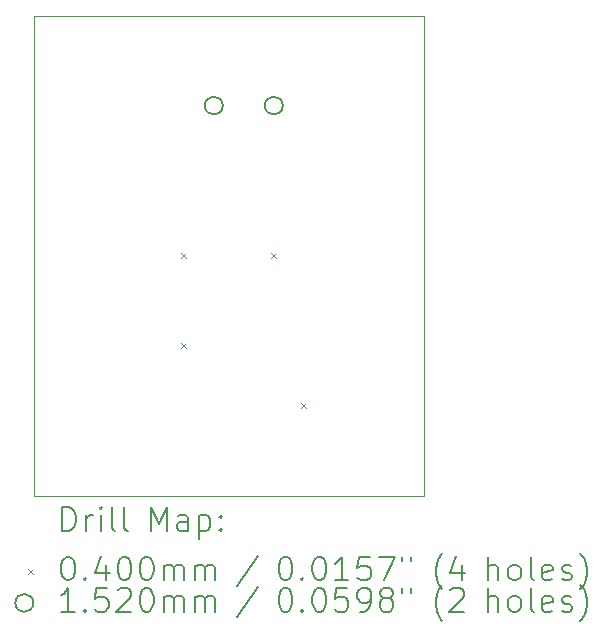
<source format=gbr>
%TF.GenerationSoftware,KiCad,Pcbnew,(7.0.0)*%
%TF.CreationDate,2023-02-16T14:42:32-08:00*%
%TF.ProjectId,Lab 4 E2,4c616220-3420-4453-922e-6b696361645f,rev?*%
%TF.SameCoordinates,Original*%
%TF.FileFunction,Drillmap*%
%TF.FilePolarity,Positive*%
%FSLAX45Y45*%
G04 Gerber Fmt 4.5, Leading zero omitted, Abs format (unit mm)*
G04 Created by KiCad (PCBNEW (7.0.0)) date 2023-02-16 14:42:32*
%MOMM*%
%LPD*%
G01*
G04 APERTURE LIST*
%ADD10C,0.100000*%
%ADD11C,0.200000*%
%ADD12C,0.040000*%
%ADD13C,0.152000*%
G04 APERTURE END LIST*
D10*
X4064000Y-2032000D02*
X7366000Y-2032000D01*
X7366000Y-2032000D02*
X7366000Y-6096000D01*
X7366000Y-6096000D02*
X4064000Y-6096000D01*
X4064000Y-6096000D02*
X4064000Y-2032000D01*
D11*
D12*
X5314000Y-4044000D02*
X5354000Y-4084000D01*
X5354000Y-4044000D02*
X5314000Y-4084000D01*
X5314000Y-4806000D02*
X5354000Y-4846000D01*
X5354000Y-4806000D02*
X5314000Y-4846000D01*
X6076000Y-4044000D02*
X6116000Y-4084000D01*
X6116000Y-4044000D02*
X6076000Y-4084000D01*
X6330000Y-5314000D02*
X6370000Y-5354000D01*
X6370000Y-5314000D02*
X6330000Y-5354000D01*
D13*
X5664000Y-2794000D02*
G75*
G03*
X5664000Y-2794000I-76000J0D01*
G01*
X6172000Y-2794000D02*
G75*
G03*
X6172000Y-2794000I-76000J0D01*
G01*
D11*
X4306619Y-6394476D02*
X4306619Y-6194476D01*
X4306619Y-6194476D02*
X4354238Y-6194476D01*
X4354238Y-6194476D02*
X4382810Y-6204000D01*
X4382810Y-6204000D02*
X4401857Y-6223048D01*
X4401857Y-6223048D02*
X4411381Y-6242095D01*
X4411381Y-6242095D02*
X4420905Y-6280190D01*
X4420905Y-6280190D02*
X4420905Y-6308762D01*
X4420905Y-6308762D02*
X4411381Y-6346857D01*
X4411381Y-6346857D02*
X4401857Y-6365905D01*
X4401857Y-6365905D02*
X4382810Y-6384952D01*
X4382810Y-6384952D02*
X4354238Y-6394476D01*
X4354238Y-6394476D02*
X4306619Y-6394476D01*
X4506619Y-6394476D02*
X4506619Y-6261143D01*
X4506619Y-6299238D02*
X4516143Y-6280190D01*
X4516143Y-6280190D02*
X4525667Y-6270667D01*
X4525667Y-6270667D02*
X4544714Y-6261143D01*
X4544714Y-6261143D02*
X4563762Y-6261143D01*
X4630429Y-6394476D02*
X4630429Y-6261143D01*
X4630429Y-6194476D02*
X4620905Y-6204000D01*
X4620905Y-6204000D02*
X4630429Y-6213524D01*
X4630429Y-6213524D02*
X4639952Y-6204000D01*
X4639952Y-6204000D02*
X4630429Y-6194476D01*
X4630429Y-6194476D02*
X4630429Y-6213524D01*
X4754238Y-6394476D02*
X4735190Y-6384952D01*
X4735190Y-6384952D02*
X4725667Y-6365905D01*
X4725667Y-6365905D02*
X4725667Y-6194476D01*
X4859000Y-6394476D02*
X4839952Y-6384952D01*
X4839952Y-6384952D02*
X4830429Y-6365905D01*
X4830429Y-6365905D02*
X4830429Y-6194476D01*
X5055190Y-6394476D02*
X5055190Y-6194476D01*
X5055190Y-6194476D02*
X5121857Y-6337333D01*
X5121857Y-6337333D02*
X5188524Y-6194476D01*
X5188524Y-6194476D02*
X5188524Y-6394476D01*
X5369476Y-6394476D02*
X5369476Y-6289714D01*
X5369476Y-6289714D02*
X5359952Y-6270667D01*
X5359952Y-6270667D02*
X5340905Y-6261143D01*
X5340905Y-6261143D02*
X5302809Y-6261143D01*
X5302809Y-6261143D02*
X5283762Y-6270667D01*
X5369476Y-6384952D02*
X5350429Y-6394476D01*
X5350429Y-6394476D02*
X5302809Y-6394476D01*
X5302809Y-6394476D02*
X5283762Y-6384952D01*
X5283762Y-6384952D02*
X5274238Y-6365905D01*
X5274238Y-6365905D02*
X5274238Y-6346857D01*
X5274238Y-6346857D02*
X5283762Y-6327809D01*
X5283762Y-6327809D02*
X5302809Y-6318286D01*
X5302809Y-6318286D02*
X5350429Y-6318286D01*
X5350429Y-6318286D02*
X5369476Y-6308762D01*
X5464714Y-6261143D02*
X5464714Y-6461143D01*
X5464714Y-6270667D02*
X5483762Y-6261143D01*
X5483762Y-6261143D02*
X5521857Y-6261143D01*
X5521857Y-6261143D02*
X5540905Y-6270667D01*
X5540905Y-6270667D02*
X5550429Y-6280190D01*
X5550429Y-6280190D02*
X5559952Y-6299238D01*
X5559952Y-6299238D02*
X5559952Y-6356381D01*
X5559952Y-6356381D02*
X5550429Y-6375428D01*
X5550429Y-6375428D02*
X5540905Y-6384952D01*
X5540905Y-6384952D02*
X5521857Y-6394476D01*
X5521857Y-6394476D02*
X5483762Y-6394476D01*
X5483762Y-6394476D02*
X5464714Y-6384952D01*
X5645667Y-6375428D02*
X5655190Y-6384952D01*
X5655190Y-6384952D02*
X5645667Y-6394476D01*
X5645667Y-6394476D02*
X5636143Y-6384952D01*
X5636143Y-6384952D02*
X5645667Y-6375428D01*
X5645667Y-6375428D02*
X5645667Y-6394476D01*
X5645667Y-6270667D02*
X5655190Y-6280190D01*
X5655190Y-6280190D02*
X5645667Y-6289714D01*
X5645667Y-6289714D02*
X5636143Y-6280190D01*
X5636143Y-6280190D02*
X5645667Y-6270667D01*
X5645667Y-6270667D02*
X5645667Y-6289714D01*
D12*
X4019000Y-6721000D02*
X4059000Y-6761000D01*
X4059000Y-6721000D02*
X4019000Y-6761000D01*
D11*
X4344714Y-6614476D02*
X4363762Y-6614476D01*
X4363762Y-6614476D02*
X4382810Y-6624000D01*
X4382810Y-6624000D02*
X4392333Y-6633524D01*
X4392333Y-6633524D02*
X4401857Y-6652571D01*
X4401857Y-6652571D02*
X4411381Y-6690667D01*
X4411381Y-6690667D02*
X4411381Y-6738286D01*
X4411381Y-6738286D02*
X4401857Y-6776381D01*
X4401857Y-6776381D02*
X4392333Y-6795428D01*
X4392333Y-6795428D02*
X4382810Y-6804952D01*
X4382810Y-6804952D02*
X4363762Y-6814476D01*
X4363762Y-6814476D02*
X4344714Y-6814476D01*
X4344714Y-6814476D02*
X4325667Y-6804952D01*
X4325667Y-6804952D02*
X4316143Y-6795428D01*
X4316143Y-6795428D02*
X4306619Y-6776381D01*
X4306619Y-6776381D02*
X4297095Y-6738286D01*
X4297095Y-6738286D02*
X4297095Y-6690667D01*
X4297095Y-6690667D02*
X4306619Y-6652571D01*
X4306619Y-6652571D02*
X4316143Y-6633524D01*
X4316143Y-6633524D02*
X4325667Y-6624000D01*
X4325667Y-6624000D02*
X4344714Y-6614476D01*
X4497095Y-6795428D02*
X4506619Y-6804952D01*
X4506619Y-6804952D02*
X4497095Y-6814476D01*
X4497095Y-6814476D02*
X4487571Y-6804952D01*
X4487571Y-6804952D02*
X4497095Y-6795428D01*
X4497095Y-6795428D02*
X4497095Y-6814476D01*
X4678048Y-6681143D02*
X4678048Y-6814476D01*
X4630429Y-6604952D02*
X4582810Y-6747809D01*
X4582810Y-6747809D02*
X4706619Y-6747809D01*
X4820905Y-6614476D02*
X4839952Y-6614476D01*
X4839952Y-6614476D02*
X4859000Y-6624000D01*
X4859000Y-6624000D02*
X4868524Y-6633524D01*
X4868524Y-6633524D02*
X4878048Y-6652571D01*
X4878048Y-6652571D02*
X4887571Y-6690667D01*
X4887571Y-6690667D02*
X4887571Y-6738286D01*
X4887571Y-6738286D02*
X4878048Y-6776381D01*
X4878048Y-6776381D02*
X4868524Y-6795428D01*
X4868524Y-6795428D02*
X4859000Y-6804952D01*
X4859000Y-6804952D02*
X4839952Y-6814476D01*
X4839952Y-6814476D02*
X4820905Y-6814476D01*
X4820905Y-6814476D02*
X4801857Y-6804952D01*
X4801857Y-6804952D02*
X4792333Y-6795428D01*
X4792333Y-6795428D02*
X4782810Y-6776381D01*
X4782810Y-6776381D02*
X4773286Y-6738286D01*
X4773286Y-6738286D02*
X4773286Y-6690667D01*
X4773286Y-6690667D02*
X4782810Y-6652571D01*
X4782810Y-6652571D02*
X4792333Y-6633524D01*
X4792333Y-6633524D02*
X4801857Y-6624000D01*
X4801857Y-6624000D02*
X4820905Y-6614476D01*
X5011381Y-6614476D02*
X5030429Y-6614476D01*
X5030429Y-6614476D02*
X5049476Y-6624000D01*
X5049476Y-6624000D02*
X5059000Y-6633524D01*
X5059000Y-6633524D02*
X5068524Y-6652571D01*
X5068524Y-6652571D02*
X5078048Y-6690667D01*
X5078048Y-6690667D02*
X5078048Y-6738286D01*
X5078048Y-6738286D02*
X5068524Y-6776381D01*
X5068524Y-6776381D02*
X5059000Y-6795428D01*
X5059000Y-6795428D02*
X5049476Y-6804952D01*
X5049476Y-6804952D02*
X5030429Y-6814476D01*
X5030429Y-6814476D02*
X5011381Y-6814476D01*
X5011381Y-6814476D02*
X4992333Y-6804952D01*
X4992333Y-6804952D02*
X4982810Y-6795428D01*
X4982810Y-6795428D02*
X4973286Y-6776381D01*
X4973286Y-6776381D02*
X4963762Y-6738286D01*
X4963762Y-6738286D02*
X4963762Y-6690667D01*
X4963762Y-6690667D02*
X4973286Y-6652571D01*
X4973286Y-6652571D02*
X4982810Y-6633524D01*
X4982810Y-6633524D02*
X4992333Y-6624000D01*
X4992333Y-6624000D02*
X5011381Y-6614476D01*
X5163762Y-6814476D02*
X5163762Y-6681143D01*
X5163762Y-6700190D02*
X5173286Y-6690667D01*
X5173286Y-6690667D02*
X5192333Y-6681143D01*
X5192333Y-6681143D02*
X5220905Y-6681143D01*
X5220905Y-6681143D02*
X5239952Y-6690667D01*
X5239952Y-6690667D02*
X5249476Y-6709714D01*
X5249476Y-6709714D02*
X5249476Y-6814476D01*
X5249476Y-6709714D02*
X5259000Y-6690667D01*
X5259000Y-6690667D02*
X5278048Y-6681143D01*
X5278048Y-6681143D02*
X5306619Y-6681143D01*
X5306619Y-6681143D02*
X5325667Y-6690667D01*
X5325667Y-6690667D02*
X5335191Y-6709714D01*
X5335191Y-6709714D02*
X5335191Y-6814476D01*
X5430429Y-6814476D02*
X5430429Y-6681143D01*
X5430429Y-6700190D02*
X5439952Y-6690667D01*
X5439952Y-6690667D02*
X5459000Y-6681143D01*
X5459000Y-6681143D02*
X5487572Y-6681143D01*
X5487572Y-6681143D02*
X5506619Y-6690667D01*
X5506619Y-6690667D02*
X5516143Y-6709714D01*
X5516143Y-6709714D02*
X5516143Y-6814476D01*
X5516143Y-6709714D02*
X5525667Y-6690667D01*
X5525667Y-6690667D02*
X5544714Y-6681143D01*
X5544714Y-6681143D02*
X5573286Y-6681143D01*
X5573286Y-6681143D02*
X5592333Y-6690667D01*
X5592333Y-6690667D02*
X5601857Y-6709714D01*
X5601857Y-6709714D02*
X5601857Y-6814476D01*
X5959952Y-6604952D02*
X5788524Y-6862095D01*
X6184714Y-6614476D02*
X6203762Y-6614476D01*
X6203762Y-6614476D02*
X6222810Y-6624000D01*
X6222810Y-6624000D02*
X6232333Y-6633524D01*
X6232333Y-6633524D02*
X6241857Y-6652571D01*
X6241857Y-6652571D02*
X6251381Y-6690667D01*
X6251381Y-6690667D02*
X6251381Y-6738286D01*
X6251381Y-6738286D02*
X6241857Y-6776381D01*
X6241857Y-6776381D02*
X6232333Y-6795428D01*
X6232333Y-6795428D02*
X6222810Y-6804952D01*
X6222810Y-6804952D02*
X6203762Y-6814476D01*
X6203762Y-6814476D02*
X6184714Y-6814476D01*
X6184714Y-6814476D02*
X6165667Y-6804952D01*
X6165667Y-6804952D02*
X6156143Y-6795428D01*
X6156143Y-6795428D02*
X6146619Y-6776381D01*
X6146619Y-6776381D02*
X6137095Y-6738286D01*
X6137095Y-6738286D02*
X6137095Y-6690667D01*
X6137095Y-6690667D02*
X6146619Y-6652571D01*
X6146619Y-6652571D02*
X6156143Y-6633524D01*
X6156143Y-6633524D02*
X6165667Y-6624000D01*
X6165667Y-6624000D02*
X6184714Y-6614476D01*
X6337095Y-6795428D02*
X6346619Y-6804952D01*
X6346619Y-6804952D02*
X6337095Y-6814476D01*
X6337095Y-6814476D02*
X6327571Y-6804952D01*
X6327571Y-6804952D02*
X6337095Y-6795428D01*
X6337095Y-6795428D02*
X6337095Y-6814476D01*
X6470429Y-6614476D02*
X6489476Y-6614476D01*
X6489476Y-6614476D02*
X6508524Y-6624000D01*
X6508524Y-6624000D02*
X6518048Y-6633524D01*
X6518048Y-6633524D02*
X6527571Y-6652571D01*
X6527571Y-6652571D02*
X6537095Y-6690667D01*
X6537095Y-6690667D02*
X6537095Y-6738286D01*
X6537095Y-6738286D02*
X6527571Y-6776381D01*
X6527571Y-6776381D02*
X6518048Y-6795428D01*
X6518048Y-6795428D02*
X6508524Y-6804952D01*
X6508524Y-6804952D02*
X6489476Y-6814476D01*
X6489476Y-6814476D02*
X6470429Y-6814476D01*
X6470429Y-6814476D02*
X6451381Y-6804952D01*
X6451381Y-6804952D02*
X6441857Y-6795428D01*
X6441857Y-6795428D02*
X6432333Y-6776381D01*
X6432333Y-6776381D02*
X6422810Y-6738286D01*
X6422810Y-6738286D02*
X6422810Y-6690667D01*
X6422810Y-6690667D02*
X6432333Y-6652571D01*
X6432333Y-6652571D02*
X6441857Y-6633524D01*
X6441857Y-6633524D02*
X6451381Y-6624000D01*
X6451381Y-6624000D02*
X6470429Y-6614476D01*
X6727571Y-6814476D02*
X6613286Y-6814476D01*
X6670429Y-6814476D02*
X6670429Y-6614476D01*
X6670429Y-6614476D02*
X6651381Y-6643048D01*
X6651381Y-6643048D02*
X6632333Y-6662095D01*
X6632333Y-6662095D02*
X6613286Y-6671619D01*
X6908524Y-6614476D02*
X6813286Y-6614476D01*
X6813286Y-6614476D02*
X6803762Y-6709714D01*
X6803762Y-6709714D02*
X6813286Y-6700190D01*
X6813286Y-6700190D02*
X6832333Y-6690667D01*
X6832333Y-6690667D02*
X6879952Y-6690667D01*
X6879952Y-6690667D02*
X6899000Y-6700190D01*
X6899000Y-6700190D02*
X6908524Y-6709714D01*
X6908524Y-6709714D02*
X6918048Y-6728762D01*
X6918048Y-6728762D02*
X6918048Y-6776381D01*
X6918048Y-6776381D02*
X6908524Y-6795428D01*
X6908524Y-6795428D02*
X6899000Y-6804952D01*
X6899000Y-6804952D02*
X6879952Y-6814476D01*
X6879952Y-6814476D02*
X6832333Y-6814476D01*
X6832333Y-6814476D02*
X6813286Y-6804952D01*
X6813286Y-6804952D02*
X6803762Y-6795428D01*
X6984714Y-6614476D02*
X7118048Y-6614476D01*
X7118048Y-6614476D02*
X7032333Y-6814476D01*
X7184714Y-6614476D02*
X7184714Y-6652571D01*
X7260905Y-6614476D02*
X7260905Y-6652571D01*
X7523762Y-6890667D02*
X7514238Y-6881143D01*
X7514238Y-6881143D02*
X7495191Y-6852571D01*
X7495191Y-6852571D02*
X7485667Y-6833524D01*
X7485667Y-6833524D02*
X7476143Y-6804952D01*
X7476143Y-6804952D02*
X7466619Y-6757333D01*
X7466619Y-6757333D02*
X7466619Y-6719238D01*
X7466619Y-6719238D02*
X7476143Y-6671619D01*
X7476143Y-6671619D02*
X7485667Y-6643048D01*
X7485667Y-6643048D02*
X7495191Y-6624000D01*
X7495191Y-6624000D02*
X7514238Y-6595428D01*
X7514238Y-6595428D02*
X7523762Y-6585905D01*
X7685667Y-6681143D02*
X7685667Y-6814476D01*
X7638048Y-6604952D02*
X7590429Y-6747809D01*
X7590429Y-6747809D02*
X7714238Y-6747809D01*
X7910429Y-6814476D02*
X7910429Y-6614476D01*
X7996143Y-6814476D02*
X7996143Y-6709714D01*
X7996143Y-6709714D02*
X7986619Y-6690667D01*
X7986619Y-6690667D02*
X7967572Y-6681143D01*
X7967572Y-6681143D02*
X7939000Y-6681143D01*
X7939000Y-6681143D02*
X7919952Y-6690667D01*
X7919952Y-6690667D02*
X7910429Y-6700190D01*
X8119952Y-6814476D02*
X8100905Y-6804952D01*
X8100905Y-6804952D02*
X8091381Y-6795428D01*
X8091381Y-6795428D02*
X8081857Y-6776381D01*
X8081857Y-6776381D02*
X8081857Y-6719238D01*
X8081857Y-6719238D02*
X8091381Y-6700190D01*
X8091381Y-6700190D02*
X8100905Y-6690667D01*
X8100905Y-6690667D02*
X8119952Y-6681143D01*
X8119952Y-6681143D02*
X8148524Y-6681143D01*
X8148524Y-6681143D02*
X8167572Y-6690667D01*
X8167572Y-6690667D02*
X8177095Y-6700190D01*
X8177095Y-6700190D02*
X8186619Y-6719238D01*
X8186619Y-6719238D02*
X8186619Y-6776381D01*
X8186619Y-6776381D02*
X8177095Y-6795428D01*
X8177095Y-6795428D02*
X8167572Y-6804952D01*
X8167572Y-6804952D02*
X8148524Y-6814476D01*
X8148524Y-6814476D02*
X8119952Y-6814476D01*
X8300905Y-6814476D02*
X8281857Y-6804952D01*
X8281857Y-6804952D02*
X8272333Y-6785905D01*
X8272333Y-6785905D02*
X8272333Y-6614476D01*
X8453286Y-6804952D02*
X8434238Y-6814476D01*
X8434238Y-6814476D02*
X8396143Y-6814476D01*
X8396143Y-6814476D02*
X8377095Y-6804952D01*
X8377095Y-6804952D02*
X8367572Y-6785905D01*
X8367572Y-6785905D02*
X8367572Y-6709714D01*
X8367572Y-6709714D02*
X8377095Y-6690667D01*
X8377095Y-6690667D02*
X8396143Y-6681143D01*
X8396143Y-6681143D02*
X8434238Y-6681143D01*
X8434238Y-6681143D02*
X8453286Y-6690667D01*
X8453286Y-6690667D02*
X8462810Y-6709714D01*
X8462810Y-6709714D02*
X8462810Y-6728762D01*
X8462810Y-6728762D02*
X8367572Y-6747809D01*
X8539000Y-6804952D02*
X8558048Y-6814476D01*
X8558048Y-6814476D02*
X8596143Y-6814476D01*
X8596143Y-6814476D02*
X8615191Y-6804952D01*
X8615191Y-6804952D02*
X8624715Y-6785905D01*
X8624715Y-6785905D02*
X8624715Y-6776381D01*
X8624715Y-6776381D02*
X8615191Y-6757333D01*
X8615191Y-6757333D02*
X8596143Y-6747809D01*
X8596143Y-6747809D02*
X8567572Y-6747809D01*
X8567572Y-6747809D02*
X8548524Y-6738286D01*
X8548524Y-6738286D02*
X8539000Y-6719238D01*
X8539000Y-6719238D02*
X8539000Y-6709714D01*
X8539000Y-6709714D02*
X8548524Y-6690667D01*
X8548524Y-6690667D02*
X8567572Y-6681143D01*
X8567572Y-6681143D02*
X8596143Y-6681143D01*
X8596143Y-6681143D02*
X8615191Y-6690667D01*
X8691381Y-6890667D02*
X8700905Y-6881143D01*
X8700905Y-6881143D02*
X8719953Y-6852571D01*
X8719953Y-6852571D02*
X8729476Y-6833524D01*
X8729476Y-6833524D02*
X8739000Y-6804952D01*
X8739000Y-6804952D02*
X8748524Y-6757333D01*
X8748524Y-6757333D02*
X8748524Y-6719238D01*
X8748524Y-6719238D02*
X8739000Y-6671619D01*
X8739000Y-6671619D02*
X8729476Y-6643048D01*
X8729476Y-6643048D02*
X8719953Y-6624000D01*
X8719953Y-6624000D02*
X8700905Y-6595428D01*
X8700905Y-6595428D02*
X8691381Y-6585905D01*
D13*
X4059000Y-7005000D02*
G75*
G03*
X4059000Y-7005000I-76000J0D01*
G01*
D11*
X4411381Y-7078476D02*
X4297095Y-7078476D01*
X4354238Y-7078476D02*
X4354238Y-6878476D01*
X4354238Y-6878476D02*
X4335190Y-6907048D01*
X4335190Y-6907048D02*
X4316143Y-6926095D01*
X4316143Y-6926095D02*
X4297095Y-6935619D01*
X4497095Y-7059428D02*
X4506619Y-7068952D01*
X4506619Y-7068952D02*
X4497095Y-7078476D01*
X4497095Y-7078476D02*
X4487571Y-7068952D01*
X4487571Y-7068952D02*
X4497095Y-7059428D01*
X4497095Y-7059428D02*
X4497095Y-7078476D01*
X4687571Y-6878476D02*
X4592333Y-6878476D01*
X4592333Y-6878476D02*
X4582810Y-6973714D01*
X4582810Y-6973714D02*
X4592333Y-6964190D01*
X4592333Y-6964190D02*
X4611381Y-6954667D01*
X4611381Y-6954667D02*
X4659000Y-6954667D01*
X4659000Y-6954667D02*
X4678048Y-6964190D01*
X4678048Y-6964190D02*
X4687571Y-6973714D01*
X4687571Y-6973714D02*
X4697095Y-6992762D01*
X4697095Y-6992762D02*
X4697095Y-7040381D01*
X4697095Y-7040381D02*
X4687571Y-7059428D01*
X4687571Y-7059428D02*
X4678048Y-7068952D01*
X4678048Y-7068952D02*
X4659000Y-7078476D01*
X4659000Y-7078476D02*
X4611381Y-7078476D01*
X4611381Y-7078476D02*
X4592333Y-7068952D01*
X4592333Y-7068952D02*
X4582810Y-7059428D01*
X4773286Y-6897524D02*
X4782810Y-6888000D01*
X4782810Y-6888000D02*
X4801857Y-6878476D01*
X4801857Y-6878476D02*
X4849476Y-6878476D01*
X4849476Y-6878476D02*
X4868524Y-6888000D01*
X4868524Y-6888000D02*
X4878048Y-6897524D01*
X4878048Y-6897524D02*
X4887571Y-6916571D01*
X4887571Y-6916571D02*
X4887571Y-6935619D01*
X4887571Y-6935619D02*
X4878048Y-6964190D01*
X4878048Y-6964190D02*
X4763762Y-7078476D01*
X4763762Y-7078476D02*
X4887571Y-7078476D01*
X5011381Y-6878476D02*
X5030429Y-6878476D01*
X5030429Y-6878476D02*
X5049476Y-6888000D01*
X5049476Y-6888000D02*
X5059000Y-6897524D01*
X5059000Y-6897524D02*
X5068524Y-6916571D01*
X5068524Y-6916571D02*
X5078048Y-6954667D01*
X5078048Y-6954667D02*
X5078048Y-7002286D01*
X5078048Y-7002286D02*
X5068524Y-7040381D01*
X5068524Y-7040381D02*
X5059000Y-7059428D01*
X5059000Y-7059428D02*
X5049476Y-7068952D01*
X5049476Y-7068952D02*
X5030429Y-7078476D01*
X5030429Y-7078476D02*
X5011381Y-7078476D01*
X5011381Y-7078476D02*
X4992333Y-7068952D01*
X4992333Y-7068952D02*
X4982810Y-7059428D01*
X4982810Y-7059428D02*
X4973286Y-7040381D01*
X4973286Y-7040381D02*
X4963762Y-7002286D01*
X4963762Y-7002286D02*
X4963762Y-6954667D01*
X4963762Y-6954667D02*
X4973286Y-6916571D01*
X4973286Y-6916571D02*
X4982810Y-6897524D01*
X4982810Y-6897524D02*
X4992333Y-6888000D01*
X4992333Y-6888000D02*
X5011381Y-6878476D01*
X5163762Y-7078476D02*
X5163762Y-6945143D01*
X5163762Y-6964190D02*
X5173286Y-6954667D01*
X5173286Y-6954667D02*
X5192333Y-6945143D01*
X5192333Y-6945143D02*
X5220905Y-6945143D01*
X5220905Y-6945143D02*
X5239952Y-6954667D01*
X5239952Y-6954667D02*
X5249476Y-6973714D01*
X5249476Y-6973714D02*
X5249476Y-7078476D01*
X5249476Y-6973714D02*
X5259000Y-6954667D01*
X5259000Y-6954667D02*
X5278048Y-6945143D01*
X5278048Y-6945143D02*
X5306619Y-6945143D01*
X5306619Y-6945143D02*
X5325667Y-6954667D01*
X5325667Y-6954667D02*
X5335191Y-6973714D01*
X5335191Y-6973714D02*
X5335191Y-7078476D01*
X5430429Y-7078476D02*
X5430429Y-6945143D01*
X5430429Y-6964190D02*
X5439952Y-6954667D01*
X5439952Y-6954667D02*
X5459000Y-6945143D01*
X5459000Y-6945143D02*
X5487572Y-6945143D01*
X5487572Y-6945143D02*
X5506619Y-6954667D01*
X5506619Y-6954667D02*
X5516143Y-6973714D01*
X5516143Y-6973714D02*
X5516143Y-7078476D01*
X5516143Y-6973714D02*
X5525667Y-6954667D01*
X5525667Y-6954667D02*
X5544714Y-6945143D01*
X5544714Y-6945143D02*
X5573286Y-6945143D01*
X5573286Y-6945143D02*
X5592333Y-6954667D01*
X5592333Y-6954667D02*
X5601857Y-6973714D01*
X5601857Y-6973714D02*
X5601857Y-7078476D01*
X5959952Y-6868952D02*
X5788524Y-7126095D01*
X6184714Y-6878476D02*
X6203762Y-6878476D01*
X6203762Y-6878476D02*
X6222810Y-6888000D01*
X6222810Y-6888000D02*
X6232333Y-6897524D01*
X6232333Y-6897524D02*
X6241857Y-6916571D01*
X6241857Y-6916571D02*
X6251381Y-6954667D01*
X6251381Y-6954667D02*
X6251381Y-7002286D01*
X6251381Y-7002286D02*
X6241857Y-7040381D01*
X6241857Y-7040381D02*
X6232333Y-7059428D01*
X6232333Y-7059428D02*
X6222810Y-7068952D01*
X6222810Y-7068952D02*
X6203762Y-7078476D01*
X6203762Y-7078476D02*
X6184714Y-7078476D01*
X6184714Y-7078476D02*
X6165667Y-7068952D01*
X6165667Y-7068952D02*
X6156143Y-7059428D01*
X6156143Y-7059428D02*
X6146619Y-7040381D01*
X6146619Y-7040381D02*
X6137095Y-7002286D01*
X6137095Y-7002286D02*
X6137095Y-6954667D01*
X6137095Y-6954667D02*
X6146619Y-6916571D01*
X6146619Y-6916571D02*
X6156143Y-6897524D01*
X6156143Y-6897524D02*
X6165667Y-6888000D01*
X6165667Y-6888000D02*
X6184714Y-6878476D01*
X6337095Y-7059428D02*
X6346619Y-7068952D01*
X6346619Y-7068952D02*
X6337095Y-7078476D01*
X6337095Y-7078476D02*
X6327571Y-7068952D01*
X6327571Y-7068952D02*
X6337095Y-7059428D01*
X6337095Y-7059428D02*
X6337095Y-7078476D01*
X6470429Y-6878476D02*
X6489476Y-6878476D01*
X6489476Y-6878476D02*
X6508524Y-6888000D01*
X6508524Y-6888000D02*
X6518048Y-6897524D01*
X6518048Y-6897524D02*
X6527571Y-6916571D01*
X6527571Y-6916571D02*
X6537095Y-6954667D01*
X6537095Y-6954667D02*
X6537095Y-7002286D01*
X6537095Y-7002286D02*
X6527571Y-7040381D01*
X6527571Y-7040381D02*
X6518048Y-7059428D01*
X6518048Y-7059428D02*
X6508524Y-7068952D01*
X6508524Y-7068952D02*
X6489476Y-7078476D01*
X6489476Y-7078476D02*
X6470429Y-7078476D01*
X6470429Y-7078476D02*
X6451381Y-7068952D01*
X6451381Y-7068952D02*
X6441857Y-7059428D01*
X6441857Y-7059428D02*
X6432333Y-7040381D01*
X6432333Y-7040381D02*
X6422810Y-7002286D01*
X6422810Y-7002286D02*
X6422810Y-6954667D01*
X6422810Y-6954667D02*
X6432333Y-6916571D01*
X6432333Y-6916571D02*
X6441857Y-6897524D01*
X6441857Y-6897524D02*
X6451381Y-6888000D01*
X6451381Y-6888000D02*
X6470429Y-6878476D01*
X6718048Y-6878476D02*
X6622810Y-6878476D01*
X6622810Y-6878476D02*
X6613286Y-6973714D01*
X6613286Y-6973714D02*
X6622810Y-6964190D01*
X6622810Y-6964190D02*
X6641857Y-6954667D01*
X6641857Y-6954667D02*
X6689476Y-6954667D01*
X6689476Y-6954667D02*
X6708524Y-6964190D01*
X6708524Y-6964190D02*
X6718048Y-6973714D01*
X6718048Y-6973714D02*
X6727571Y-6992762D01*
X6727571Y-6992762D02*
X6727571Y-7040381D01*
X6727571Y-7040381D02*
X6718048Y-7059428D01*
X6718048Y-7059428D02*
X6708524Y-7068952D01*
X6708524Y-7068952D02*
X6689476Y-7078476D01*
X6689476Y-7078476D02*
X6641857Y-7078476D01*
X6641857Y-7078476D02*
X6622810Y-7068952D01*
X6622810Y-7068952D02*
X6613286Y-7059428D01*
X6822810Y-7078476D02*
X6860905Y-7078476D01*
X6860905Y-7078476D02*
X6879952Y-7068952D01*
X6879952Y-7068952D02*
X6889476Y-7059428D01*
X6889476Y-7059428D02*
X6908524Y-7030857D01*
X6908524Y-7030857D02*
X6918048Y-6992762D01*
X6918048Y-6992762D02*
X6918048Y-6916571D01*
X6918048Y-6916571D02*
X6908524Y-6897524D01*
X6908524Y-6897524D02*
X6899000Y-6888000D01*
X6899000Y-6888000D02*
X6879952Y-6878476D01*
X6879952Y-6878476D02*
X6841857Y-6878476D01*
X6841857Y-6878476D02*
X6822810Y-6888000D01*
X6822810Y-6888000D02*
X6813286Y-6897524D01*
X6813286Y-6897524D02*
X6803762Y-6916571D01*
X6803762Y-6916571D02*
X6803762Y-6964190D01*
X6803762Y-6964190D02*
X6813286Y-6983238D01*
X6813286Y-6983238D02*
X6822810Y-6992762D01*
X6822810Y-6992762D02*
X6841857Y-7002286D01*
X6841857Y-7002286D02*
X6879952Y-7002286D01*
X6879952Y-7002286D02*
X6899000Y-6992762D01*
X6899000Y-6992762D02*
X6908524Y-6983238D01*
X6908524Y-6983238D02*
X6918048Y-6964190D01*
X7032333Y-6964190D02*
X7013286Y-6954667D01*
X7013286Y-6954667D02*
X7003762Y-6945143D01*
X7003762Y-6945143D02*
X6994238Y-6926095D01*
X6994238Y-6926095D02*
X6994238Y-6916571D01*
X6994238Y-6916571D02*
X7003762Y-6897524D01*
X7003762Y-6897524D02*
X7013286Y-6888000D01*
X7013286Y-6888000D02*
X7032333Y-6878476D01*
X7032333Y-6878476D02*
X7070429Y-6878476D01*
X7070429Y-6878476D02*
X7089476Y-6888000D01*
X7089476Y-6888000D02*
X7099000Y-6897524D01*
X7099000Y-6897524D02*
X7108524Y-6916571D01*
X7108524Y-6916571D02*
X7108524Y-6926095D01*
X7108524Y-6926095D02*
X7099000Y-6945143D01*
X7099000Y-6945143D02*
X7089476Y-6954667D01*
X7089476Y-6954667D02*
X7070429Y-6964190D01*
X7070429Y-6964190D02*
X7032333Y-6964190D01*
X7032333Y-6964190D02*
X7013286Y-6973714D01*
X7013286Y-6973714D02*
X7003762Y-6983238D01*
X7003762Y-6983238D02*
X6994238Y-7002286D01*
X6994238Y-7002286D02*
X6994238Y-7040381D01*
X6994238Y-7040381D02*
X7003762Y-7059428D01*
X7003762Y-7059428D02*
X7013286Y-7068952D01*
X7013286Y-7068952D02*
X7032333Y-7078476D01*
X7032333Y-7078476D02*
X7070429Y-7078476D01*
X7070429Y-7078476D02*
X7089476Y-7068952D01*
X7089476Y-7068952D02*
X7099000Y-7059428D01*
X7099000Y-7059428D02*
X7108524Y-7040381D01*
X7108524Y-7040381D02*
X7108524Y-7002286D01*
X7108524Y-7002286D02*
X7099000Y-6983238D01*
X7099000Y-6983238D02*
X7089476Y-6973714D01*
X7089476Y-6973714D02*
X7070429Y-6964190D01*
X7184714Y-6878476D02*
X7184714Y-6916571D01*
X7260905Y-6878476D02*
X7260905Y-6916571D01*
X7523762Y-7154667D02*
X7514238Y-7145143D01*
X7514238Y-7145143D02*
X7495191Y-7116571D01*
X7495191Y-7116571D02*
X7485667Y-7097524D01*
X7485667Y-7097524D02*
X7476143Y-7068952D01*
X7476143Y-7068952D02*
X7466619Y-7021333D01*
X7466619Y-7021333D02*
X7466619Y-6983238D01*
X7466619Y-6983238D02*
X7476143Y-6935619D01*
X7476143Y-6935619D02*
X7485667Y-6907048D01*
X7485667Y-6907048D02*
X7495191Y-6888000D01*
X7495191Y-6888000D02*
X7514238Y-6859428D01*
X7514238Y-6859428D02*
X7523762Y-6849905D01*
X7590429Y-6897524D02*
X7599952Y-6888000D01*
X7599952Y-6888000D02*
X7619000Y-6878476D01*
X7619000Y-6878476D02*
X7666619Y-6878476D01*
X7666619Y-6878476D02*
X7685667Y-6888000D01*
X7685667Y-6888000D02*
X7695191Y-6897524D01*
X7695191Y-6897524D02*
X7704714Y-6916571D01*
X7704714Y-6916571D02*
X7704714Y-6935619D01*
X7704714Y-6935619D02*
X7695191Y-6964190D01*
X7695191Y-6964190D02*
X7580905Y-7078476D01*
X7580905Y-7078476D02*
X7704714Y-7078476D01*
X7910429Y-7078476D02*
X7910429Y-6878476D01*
X7996143Y-7078476D02*
X7996143Y-6973714D01*
X7996143Y-6973714D02*
X7986619Y-6954667D01*
X7986619Y-6954667D02*
X7967572Y-6945143D01*
X7967572Y-6945143D02*
X7939000Y-6945143D01*
X7939000Y-6945143D02*
X7919952Y-6954667D01*
X7919952Y-6954667D02*
X7910429Y-6964190D01*
X8119952Y-7078476D02*
X8100905Y-7068952D01*
X8100905Y-7068952D02*
X8091381Y-7059428D01*
X8091381Y-7059428D02*
X8081857Y-7040381D01*
X8081857Y-7040381D02*
X8081857Y-6983238D01*
X8081857Y-6983238D02*
X8091381Y-6964190D01*
X8091381Y-6964190D02*
X8100905Y-6954667D01*
X8100905Y-6954667D02*
X8119952Y-6945143D01*
X8119952Y-6945143D02*
X8148524Y-6945143D01*
X8148524Y-6945143D02*
X8167572Y-6954667D01*
X8167572Y-6954667D02*
X8177095Y-6964190D01*
X8177095Y-6964190D02*
X8186619Y-6983238D01*
X8186619Y-6983238D02*
X8186619Y-7040381D01*
X8186619Y-7040381D02*
X8177095Y-7059428D01*
X8177095Y-7059428D02*
X8167572Y-7068952D01*
X8167572Y-7068952D02*
X8148524Y-7078476D01*
X8148524Y-7078476D02*
X8119952Y-7078476D01*
X8300905Y-7078476D02*
X8281857Y-7068952D01*
X8281857Y-7068952D02*
X8272333Y-7049905D01*
X8272333Y-7049905D02*
X8272333Y-6878476D01*
X8453286Y-7068952D02*
X8434238Y-7078476D01*
X8434238Y-7078476D02*
X8396143Y-7078476D01*
X8396143Y-7078476D02*
X8377095Y-7068952D01*
X8377095Y-7068952D02*
X8367572Y-7049905D01*
X8367572Y-7049905D02*
X8367572Y-6973714D01*
X8367572Y-6973714D02*
X8377095Y-6954667D01*
X8377095Y-6954667D02*
X8396143Y-6945143D01*
X8396143Y-6945143D02*
X8434238Y-6945143D01*
X8434238Y-6945143D02*
X8453286Y-6954667D01*
X8453286Y-6954667D02*
X8462810Y-6973714D01*
X8462810Y-6973714D02*
X8462810Y-6992762D01*
X8462810Y-6992762D02*
X8367572Y-7011809D01*
X8539000Y-7068952D02*
X8558048Y-7078476D01*
X8558048Y-7078476D02*
X8596143Y-7078476D01*
X8596143Y-7078476D02*
X8615191Y-7068952D01*
X8615191Y-7068952D02*
X8624715Y-7049905D01*
X8624715Y-7049905D02*
X8624715Y-7040381D01*
X8624715Y-7040381D02*
X8615191Y-7021333D01*
X8615191Y-7021333D02*
X8596143Y-7011809D01*
X8596143Y-7011809D02*
X8567572Y-7011809D01*
X8567572Y-7011809D02*
X8548524Y-7002286D01*
X8548524Y-7002286D02*
X8539000Y-6983238D01*
X8539000Y-6983238D02*
X8539000Y-6973714D01*
X8539000Y-6973714D02*
X8548524Y-6954667D01*
X8548524Y-6954667D02*
X8567572Y-6945143D01*
X8567572Y-6945143D02*
X8596143Y-6945143D01*
X8596143Y-6945143D02*
X8615191Y-6954667D01*
X8691381Y-7154667D02*
X8700905Y-7145143D01*
X8700905Y-7145143D02*
X8719953Y-7116571D01*
X8719953Y-7116571D02*
X8729476Y-7097524D01*
X8729476Y-7097524D02*
X8739000Y-7068952D01*
X8739000Y-7068952D02*
X8748524Y-7021333D01*
X8748524Y-7021333D02*
X8748524Y-6983238D01*
X8748524Y-6983238D02*
X8739000Y-6935619D01*
X8739000Y-6935619D02*
X8729476Y-6907048D01*
X8729476Y-6907048D02*
X8719953Y-6888000D01*
X8719953Y-6888000D02*
X8700905Y-6859428D01*
X8700905Y-6859428D02*
X8691381Y-6849905D01*
M02*

</source>
